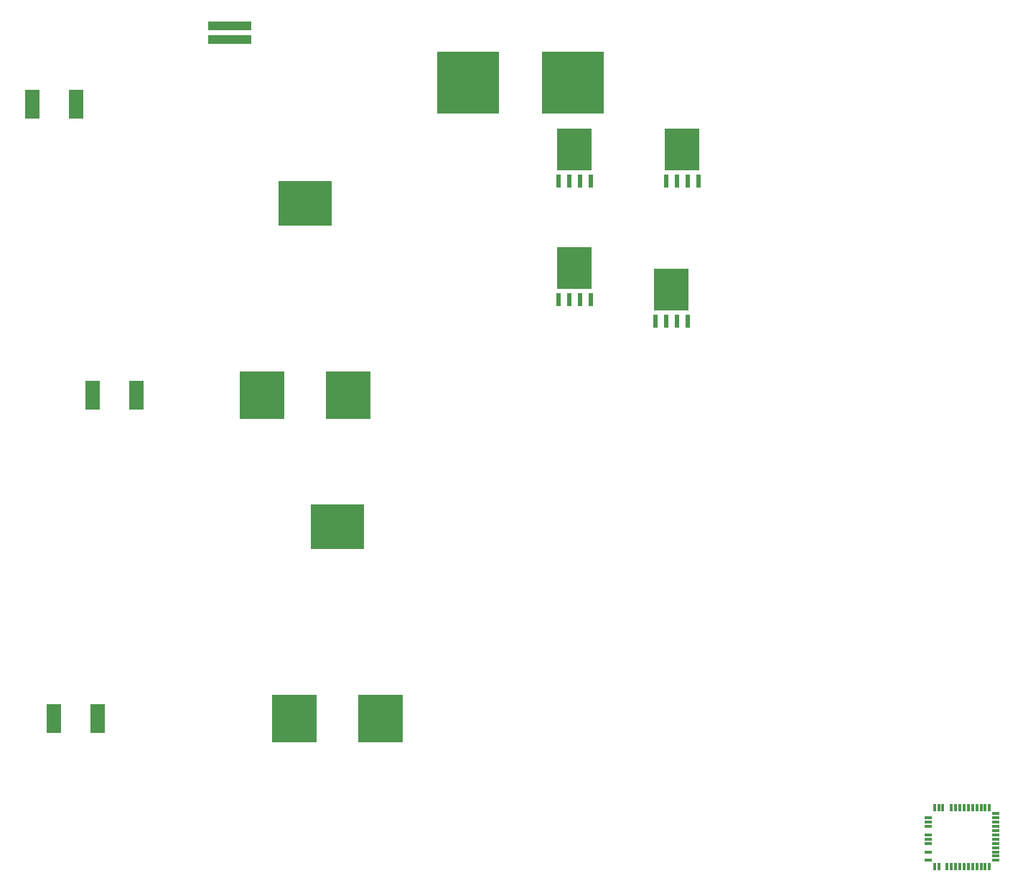
<source format=gbr>
G04 EAGLE Gerber RS-274X export*
G75*
%MOMM*%
%FSLAX34Y34*%
%LPD*%
%INSolderpaste Top*%
%IPPOS*%
%AMOC8*
5,1,8,0,0,1.08239X$1,22.5*%
G01*
%ADD10R,0.508000X1.549400*%
%ADD11R,4.140200X4.902200*%
%ADD12R,0.304800X0.812800*%
%ADD13R,0.812800X0.304800*%
%ADD14R,5.330000X5.590000*%
%ADD15R,6.350000X5.280000*%
%ADD16R,1.800000X3.400000*%
%ADD17R,5.200000X1.100000*%
%ADD18R,7.300000X7.300000*%


D10*
X768350Y1281303D03*
X781050Y1281303D03*
X793750Y1281303D03*
X806450Y1281303D03*
D11*
X787400Y1318133D03*
D10*
X755650Y1116203D03*
X768350Y1116203D03*
X781050Y1116203D03*
X793750Y1116203D03*
D11*
X774700Y1153033D03*
D10*
X641350Y1141603D03*
X654050Y1141603D03*
X666750Y1141603D03*
X679450Y1141603D03*
D11*
X660400Y1178433D03*
D10*
X641350Y1281303D03*
X654050Y1281303D03*
X666750Y1281303D03*
X679450Y1281303D03*
D11*
X660400Y1318133D03*
D12*
X1085100Y473456D03*
X1090100Y473456D03*
X1100100Y473456D03*
X1105100Y473456D03*
X1110100Y473456D03*
X1115100Y473456D03*
X1120100Y473456D03*
X1125100Y473456D03*
X1130100Y473456D03*
X1135100Y473456D03*
X1140100Y473456D03*
X1150100Y473456D03*
D13*
X1157097Y480500D03*
X1157097Y485500D03*
X1157097Y490500D03*
X1157097Y500500D03*
X1157097Y505500D03*
X1157097Y510500D03*
X1157097Y515500D03*
X1157097Y520500D03*
X1157097Y525500D03*
X1157097Y530500D03*
X1157097Y535500D03*
D12*
X1150100Y542544D03*
X1145100Y542544D03*
X1135100Y542544D03*
X1130100Y542544D03*
X1125100Y542544D03*
X1120100Y542544D03*
X1110100Y542544D03*
X1105100Y542544D03*
X1095100Y542544D03*
X1085100Y542544D03*
D13*
X1078103Y530500D03*
X1078103Y525500D03*
X1078103Y520500D03*
X1078103Y510500D03*
X1078103Y505500D03*
X1078103Y500500D03*
X1078103Y490500D03*
X1078103Y480500D03*
D12*
X1145100Y473456D03*
D13*
X1157097Y495500D03*
D12*
X1140100Y542544D03*
X1115100Y542544D03*
X1090100Y542544D03*
D14*
X330250Y647700D03*
X431750Y647700D03*
D15*
X381000Y873700D03*
D14*
X292150Y1028700D03*
X393650Y1028700D03*
D15*
X342900Y1254700D03*
D16*
X20800Y1371600D03*
X72800Y1371600D03*
D17*
X254000Y1447800D03*
X254000Y1463800D03*
D16*
X46200Y647700D03*
X98200Y647700D03*
X144300Y1028700D03*
X92300Y1028700D03*
D18*
X535400Y1397000D03*
X658400Y1397000D03*
M02*

</source>
